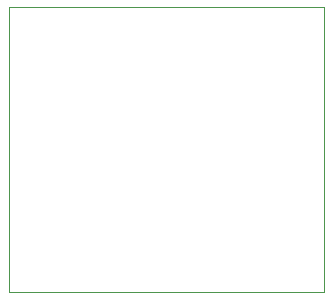
<source format=gbr>
G04 (created by PCBNEW (2013-07-07 BZR 4022)-stable) date 11/5/2013 12:09:03 AM*
%MOIN*%
G04 Gerber Fmt 3.4, Leading zero omitted, Abs format*
%FSLAX34Y34*%
G01*
G70*
G90*
G04 APERTURE LIST*
%ADD10C,0.00590551*%
%ADD11C,0.00393701*%
G04 APERTURE END LIST*
G54D10*
G54D11*
X78500Y-59500D02*
X78500Y-50000D01*
X89000Y-59500D02*
X78500Y-59500D01*
X89000Y-50000D02*
X89000Y-59500D01*
X78500Y-50000D02*
X89000Y-50000D01*
M02*

</source>
